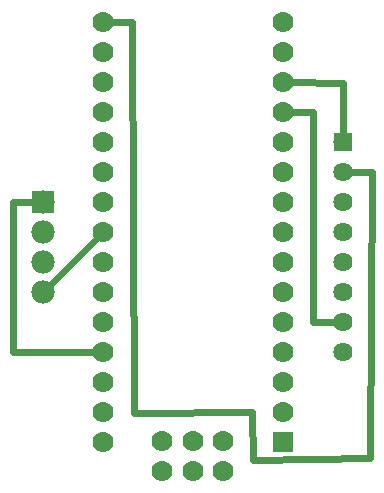
<source format=gtl>
G04 MADE WITH FRITZING*
G04 WWW.FRITZING.ORG*
G04 DOUBLE SIDED*
G04 HOLES PLATED*
G04 CONTOUR ON CENTER OF CONTOUR VECTOR*
%ASAXBY*%
%FSLAX23Y23*%
%MOIN*%
%OFA0B0*%
%SFA1.0B1.0*%
%ADD10C,0.064000*%
%ADD11C,0.078000*%
%ADD12C,0.070000*%
%ADD13R,0.064000X0.064000*%
%ADD14R,0.077944X0.077986*%
%ADD15R,0.069958X0.070000*%
%ADD16C,0.024000*%
%LNCOPPER1*%
G90*
G70*
G54D10*
X1270Y1183D03*
X1270Y1083D03*
X1270Y983D03*
X1270Y883D03*
X1270Y783D03*
X1270Y683D03*
X1270Y583D03*
X1270Y483D03*
G54D11*
X270Y983D03*
X270Y883D03*
X270Y783D03*
X270Y683D03*
G54D12*
X1070Y183D03*
X1070Y283D03*
X1070Y383D03*
X1070Y483D03*
X1070Y583D03*
X1070Y683D03*
X1070Y783D03*
X1070Y883D03*
X1070Y983D03*
X1070Y1083D03*
X1070Y1183D03*
X1070Y1283D03*
X1070Y1383D03*
X1070Y1483D03*
X1070Y1583D03*
X470Y183D03*
X470Y283D03*
X470Y383D03*
X470Y483D03*
X470Y583D03*
X470Y683D03*
X470Y783D03*
X470Y883D03*
X470Y983D03*
X470Y1083D03*
X470Y1183D03*
X470Y1283D03*
X470Y1383D03*
X470Y1483D03*
X470Y1583D03*
X870Y88D03*
X870Y188D03*
X770Y88D03*
X770Y188D03*
X669Y88D03*
X669Y188D03*
G54D13*
X1270Y1183D03*
G54D14*
X270Y983D03*
G54D15*
X1070Y183D03*
G54D16*
X283Y697D02*
X457Y870D01*
D02*
X1171Y884D02*
X1170Y583D01*
D02*
X1170Y1283D02*
X1171Y884D01*
D02*
X1170Y583D02*
X1250Y583D01*
D02*
X1088Y1283D02*
X1170Y1283D01*
D02*
X1366Y1085D02*
X1290Y1084D01*
D02*
X1362Y129D02*
X1366Y1085D01*
D02*
X569Y1583D02*
X573Y281D01*
D02*
X573Y281D02*
X969Y285D01*
D02*
X969Y285D02*
X971Y125D01*
D02*
X971Y125D02*
X1362Y129D01*
D02*
X488Y1583D02*
X569Y1583D01*
D02*
X1270Y1382D02*
X1270Y1203D01*
D02*
X1088Y1383D02*
X1270Y1382D01*
D02*
X170Y983D02*
X170Y484D01*
D02*
X170Y484D02*
X452Y483D01*
D02*
X251Y983D02*
X170Y983D01*
G04 End of Copper1*
M02*
</source>
